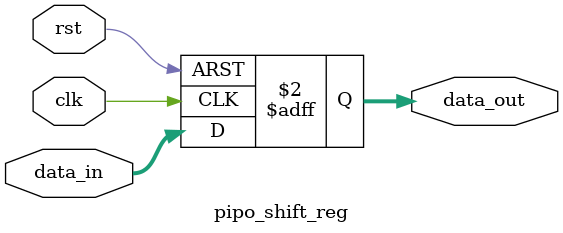
<source format=v>
`timescale 1ns / 1ps


module pipo_shift_reg(clk,rst,data_in,data_out);
  input clk,rst;
  input [3:0] data_in;
  output reg [3:0] data_out;
  
  always@(posedge clk or posedge rst)
    begin
      if(rst)
        data_out <= 4'b0000;
      else 
        data_out <= data_in;
    end
endmodule

</source>
